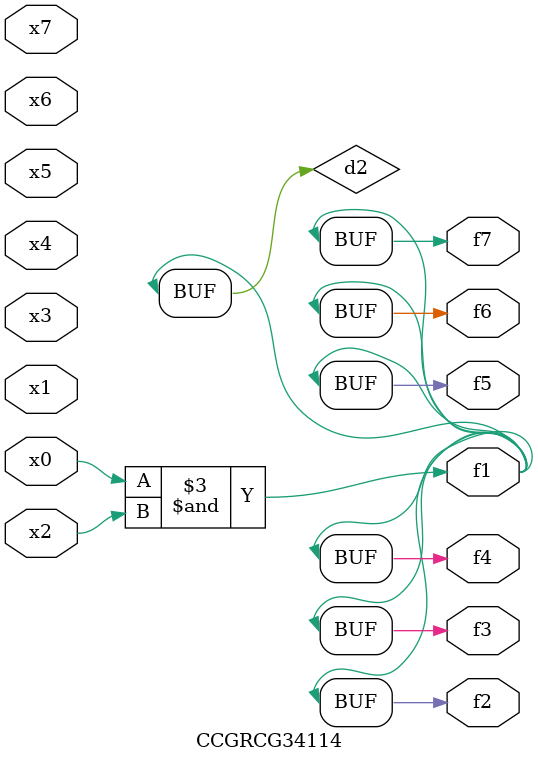
<source format=v>
module CCGRCG34114(
	input x0, x1, x2, x3, x4, x5, x6, x7,
	output f1, f2, f3, f4, f5, f6, f7
);

	wire d1, d2;

	nor (d1, x3, x6);
	and (d2, x0, x2);
	assign f1 = d2;
	assign f2 = d2;
	assign f3 = d2;
	assign f4 = d2;
	assign f5 = d2;
	assign f6 = d2;
	assign f7 = d2;
endmodule

</source>
